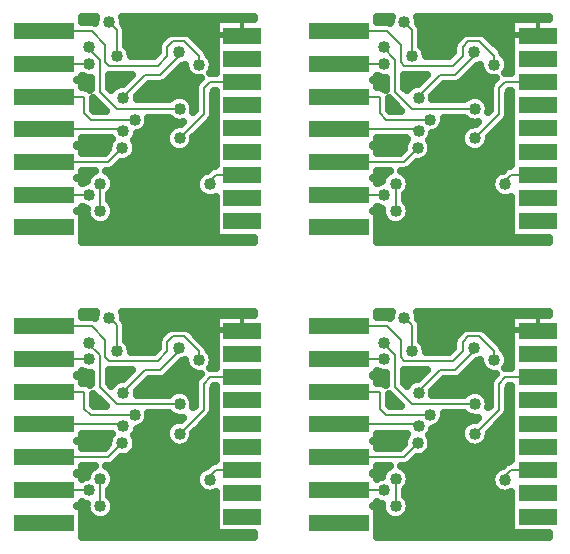
<source format=gbl>
%MOIN*%
%OFA0B0*%
%FSLAX26Y26*%
%IPPOS*%
%LPD*%
%ADD13C,0.008*%
%ADD14C,0.017*%
%ADD15C,0.025*%
%ADD16C,0.013000000000000001*%
%ADD17R,0.2X0.0545*%
%ADD23R,0.125X0.055000000000000007*%
%ADD25C,0.04*%
%ADD39C,0.008*%
%ADD40C,0.017*%
%ADD41C,0.025*%
%ADD42C,0.013000000000000001*%
%ADD43R,0.2X0.0545*%
%ADD49R,0.125X0.055000000000000007*%
%ADD51C,0.04*%
%ADD65C,0.008*%
%ADD66C,0.017*%
%ADD67C,0.025*%
%ADD68C,0.013000000000000001*%
%ADD69R,0.2X0.0545*%
%ADD75R,0.125X0.055000000000000007*%
%ADD77C,0.04*%
%ADD91C,0.008*%
%ADD92C,0.017*%
%ADD93C,0.025*%
%ADD94C,0.013000000000000001*%
%ADD95R,0.2X0.0545*%
%ADD101R,0.125X0.055000000000000007*%
%ADD103C,0.04*%
%LPD*%
G90*
G75*
G01*
X00634989Y00747489D02*
D13*
X00634989Y00734989D01*
X00572489Y00672489D01*
X00522489Y00672489D01*
X00446999Y00596999D01*
X00450857Y00596999D01*
X00428738Y00734988D02*
X00428738Y00822488D01*
X00403739Y00847488D01*
X00581566Y00238668D02*
D14*
X00501633Y00158735D01*
X00405341Y00158735D01*
X00847490Y00803738D02*
X00847490Y00809989D01*
X00584989Y00809989D01*
X00547489Y00772489D01*
X00450857Y00485542D02*
D13*
X00444965Y00491435D01*
X00185134Y00491435D01*
X00185134Y00709435D02*
X00336877Y00709435D01*
X00336877Y00709436D01*
X00336877Y00271983D02*
X00335425Y00273435D01*
X00185134Y00273435D01*
X00374349Y00309456D02*
X00374349Y00218990D01*
X00447489Y00428738D02*
X00401185Y00382435D01*
X00185134Y00382435D01*
X00488330Y00523015D02*
X00341868Y00523015D01*
X00320876Y00544007D01*
X00320876Y00600435D01*
X00185134Y00600435D01*
X00336877Y00763991D02*
X00330987Y00763991D01*
X00372488Y00722489D01*
X00372488Y00616239D01*
X00428721Y00560007D01*
X00638491Y00560007D01*
X00702826Y00706837D02*
X00702826Y00703738D01*
X00185134Y00818435D02*
X00345293Y00818435D01*
X00391239Y00772489D01*
X00391239Y00716238D01*
X00403739Y00703738D01*
X00566239Y00703738D01*
X00597489Y00734989D01*
X00597489Y00766239D01*
X00616239Y00784989D01*
X00653739Y00784989D01*
X00702826Y00735902D01*
X00702826Y00706837D01*
X00847490Y00184183D02*
X00834990Y00184183D01*
X00847490Y00261627D02*
X00834990Y00261627D01*
X00739495Y00307684D02*
X00739495Y00319072D01*
X00759495Y00339072D01*
X00847490Y00339072D01*
X00638491Y00461011D02*
X00718830Y00541349D01*
X00718830Y00627857D01*
X00739822Y00648849D01*
X00847490Y00648849D01*
X00847490Y00726294D02*
X00847490Y00726295D01*
X00834990Y00726295D01*
X00872490Y00422488D02*
X00853462Y00422488D01*
X00847490Y00416516D01*
X00809990Y00491239D02*
X00844768Y00491239D01*
X00847490Y00493961D01*
D25*
X00809990Y00491239D03*
X00872490Y00422488D03*
X00428738Y00734988D03*
X00403739Y00847488D03*
X00450857Y00596999D03*
X00634989Y00747489D03*
X00405341Y00158735D03*
X00581566Y00238668D03*
X00450857Y00485542D03*
X00336877Y00709436D03*
X00336877Y00271983D03*
X00374349Y00218990D03*
X00374349Y00309456D03*
X00447489Y00428738D03*
X00488330Y00523015D03*
X00638491Y00560007D03*
X00336877Y00763991D03*
X00702826Y00706837D03*
X00834990Y00184183D03*
X00834990Y00261627D03*
X00739495Y00307684D03*
X00638491Y00461011D03*
X00834990Y00726295D03*
X00547489Y00772489D03*
X00455207Y00841370D02*
D15*
X00755976Y00841370D01*
X00461738Y00816501D02*
X00755976Y00816501D01*
X00461738Y00791633D02*
X00577237Y00791633D01*
X00692723Y00791633D02*
X00755976Y00791633D01*
X00465183Y00766763D02*
X00564498Y00766763D01*
X00717592Y00766763D02*
X00755976Y00766763D01*
X00477240Y00741895D02*
X00558756Y00741895D01*
X00735857Y00741895D02*
X00755976Y00741895D01*
X00637785Y00692158D02*
X00656218Y00692158D01*
X00405471Y00667289D02*
X00471665Y00667289D01*
X00612918Y00667289D02*
X00675882Y00667289D01*
X00314146Y00642420D02*
X00339504Y00642420D01*
X00405471Y00642420D02*
X00438401Y00642420D01*
X00580084Y00642420D02*
X00689518Y00642420D01*
X00513196Y00617551D02*
X00685822Y00617551D01*
X00499666Y00592683D02*
X00602894Y00592683D01*
X00674064Y00592683D02*
X00685822Y00592683D01*
X00353870Y00567814D02*
X00375280Y00567814D01*
X00537059Y00518076D02*
X00615884Y00518076D01*
X00741204Y00518076D02*
X00755976Y00518076D01*
X00526509Y00493208D02*
X00602427Y00493208D01*
X00716336Y00493208D02*
X00755976Y00493208D01*
X00496545Y00468339D02*
X00590083Y00468339D01*
X00691468Y00468339D02*
X00755976Y00468339D01*
X00314146Y00443470D02*
X00400902Y00443470D01*
X00494105Y00443470D02*
X00592918Y00443470D01*
X00684040Y00443470D02*
X00755976Y00443470D01*
X00314146Y00418601D02*
X00391715Y00418601D01*
X00495361Y00418601D02*
X00616925Y00418601D01*
X00660070Y00418601D02*
X00755976Y00418601D01*
X00480613Y00393732D02*
X00755976Y00393732D01*
X00433246Y00368864D02*
X00750450Y00368864D01*
X00314146Y00343995D02*
X00340724Y00343995D01*
X00407983Y00343995D02*
X00707963Y00343995D01*
X00314146Y00319126D02*
X00326370Y00319126D01*
X00422337Y00319126D02*
X00691923Y00319126D01*
X00420794Y00294257D02*
X00692461Y00294257D01*
X00407337Y00269389D02*
X00710618Y00269389D01*
X00415698Y00244520D02*
X00755976Y00244520D01*
X00300008Y00219651D02*
X00325366Y00219651D01*
X00423342Y00219651D02*
X00755976Y00219651D01*
X00314146Y00194782D02*
X00332148Y00194782D01*
X00416559Y00194782D02*
X00755976Y00194782D01*
X00314146Y00169913D02*
X00755976Y00169913D01*
X00314146Y00145045D02*
X00755976Y00145045D01*
X00314146Y00120176D02*
X00882503Y00120176D01*
X00297515Y00218184D02*
X00311634Y00218184D01*
X00311634Y00116253D01*
X00885009Y00116239D01*
X00884990Y00130186D01*
X00758490Y00130180D01*
X00758490Y00265221D01*
X00750350Y00262469D01*
X00743143Y00261326D01*
X00735846Y00261326D01*
X00728640Y00262469D01*
X00721700Y00264723D01*
X00715199Y00268036D01*
X00709296Y00272325D01*
X00704136Y00277485D01*
X00699846Y00283388D01*
X00696535Y00289889D01*
X00694280Y00296829D01*
X00693138Y00304036D01*
X00693138Y00311332D01*
X00694280Y00318539D01*
X00696535Y00325479D01*
X00699846Y00331980D01*
X00704136Y00337883D01*
X00709296Y00343043D01*
X00715199Y00347332D01*
X00721700Y00350644D01*
X00728640Y00352899D01*
X00730920Y00353631D01*
X00739687Y00362265D01*
X00743559Y00365078D01*
X00747823Y00367251D01*
X00752375Y00368730D01*
X00757111Y00369479D01*
X00758490Y00371702D01*
X00758490Y00618353D01*
X00752431Y00618349D01*
X00749330Y00609484D01*
X00749236Y00538956D01*
X00748487Y00534229D01*
X00747008Y00529677D01*
X00744835Y00525413D01*
X00742022Y00521541D01*
X00688431Y00467816D01*
X00684853Y00464239D01*
X00684848Y00457362D01*
X00683706Y00450155D01*
X00681451Y00443216D01*
X00678139Y00436714D01*
X00673850Y00430811D01*
X00668690Y00425652D01*
X00662787Y00421362D01*
X00656285Y00418050D01*
X00649345Y00415795D01*
X00642139Y00414654D01*
X00634843Y00414654D01*
X00627636Y00415795D01*
X00620696Y00418050D01*
X00614195Y00421362D01*
X00608292Y00425652D01*
X00603132Y00430811D01*
X00598843Y00436714D01*
X00595531Y00443216D01*
X00593276Y00450155D01*
X00592134Y00457362D01*
X00592134Y00464659D01*
X00593276Y00471866D01*
X00595531Y00478805D01*
X00598843Y00485307D01*
X00603132Y00491210D01*
X00608292Y00496370D01*
X00614195Y00500658D01*
X00620696Y00503970D01*
X00627636Y00506225D01*
X00634843Y00507367D01*
X00641726Y00507383D01*
X00649073Y00514726D01*
X00642139Y00513650D01*
X00634843Y00513650D01*
X00627636Y00514792D01*
X00620696Y00517046D01*
X00614195Y00520359D01*
X00608292Y00524648D01*
X00603413Y00529504D01*
X00534391Y00529507D01*
X00534830Y00523015D01*
X00534257Y00515740D01*
X00532554Y00508645D01*
X00529761Y00501904D01*
X00525949Y00495683D01*
X00521209Y00490134D01*
X00515661Y00485394D01*
X00509440Y00481583D01*
X00502699Y00478790D01*
X00496625Y00477290D01*
X00495081Y00471173D01*
X00492289Y00464432D01*
X00488475Y00458210D01*
X00485877Y00454976D01*
X00488921Y00449850D01*
X00491713Y00443108D01*
X00493417Y00436013D01*
X00493990Y00428738D01*
X00493417Y00421465D01*
X00491713Y00414370D01*
X00488921Y00407628D01*
X00485109Y00401407D01*
X00480370Y00395858D01*
X00474822Y00391120D01*
X00468600Y00387307D01*
X00461859Y00384515D01*
X00454764Y00382811D01*
X00447489Y00382239D01*
X00444255Y00382365D01*
X00420993Y00359242D01*
X00417120Y00356429D01*
X00412857Y00354256D01*
X00408305Y00352776D01*
X00403577Y00352028D01*
X00393254Y00351934D01*
X00398645Y00349103D01*
X00404549Y00344814D01*
X00409708Y00339655D01*
X00413996Y00333752D01*
X00417310Y00327250D01*
X00419564Y00320311D01*
X00420706Y00313104D01*
X00420706Y00305807D01*
X00419564Y00298600D01*
X00417310Y00291661D01*
X00413996Y00285159D01*
X00409708Y00279256D01*
X00404852Y00274377D01*
X00404849Y00254085D01*
X00409708Y00249190D01*
X00413996Y00243287D01*
X00417310Y00236786D01*
X00419564Y00229846D01*
X00420706Y00222639D01*
X00420706Y00215343D01*
X00419564Y00208136D01*
X00417310Y00201196D01*
X00413996Y00194695D01*
X00409708Y00188792D01*
X00404549Y00183632D01*
X00398645Y00179343D01*
X00392144Y00176031D01*
X00385203Y00173776D01*
X00377998Y00172634D01*
X00370701Y00172634D01*
X00363494Y00173776D01*
X00356553Y00176031D01*
X00350053Y00179343D01*
X00344150Y00183632D01*
X00338990Y00188792D01*
X00334700Y00194695D01*
X00331389Y00201196D01*
X00329134Y00208136D01*
X00327993Y00215343D01*
X00327993Y00222639D01*
X00328420Y00226251D01*
X00322507Y00227759D01*
X00315766Y00230550D01*
X00311644Y00232961D01*
X00311634Y00219684D01*
X00297460Y00219684D01*
X00297515Y00327185D02*
X00311634Y00327185D01*
X00311634Y00311001D01*
X00315766Y00313415D01*
X00322507Y00316207D01*
X00328581Y00317707D01*
X00330125Y00323825D01*
X00332917Y00330566D01*
X00336729Y00336788D01*
X00341469Y00342336D01*
X00347017Y00347075D01*
X00353239Y00350887D01*
X00355253Y00351934D01*
X00311654Y00351934D01*
X00311634Y00328683D01*
X00297460Y00328683D01*
X00297490Y00327163D01*
X00297515Y00436184D02*
X00311634Y00436184D01*
X00311634Y00412967D01*
X00388561Y00412935D01*
X00401110Y00425493D01*
X00401133Y00432387D01*
X00402274Y00439593D01*
X00404529Y00446534D01*
X00407842Y00453035D01*
X00412470Y00459305D01*
X00408219Y00460935D01*
X00311655Y00460935D01*
X00311634Y00437684D01*
X00297460Y00437684D01*
X00297515Y00654184D02*
X00311634Y00654184D01*
X00311634Y00630966D01*
X00323270Y00630841D01*
X00327997Y00630091D01*
X00332549Y00628613D01*
X00336813Y00626440D01*
X00340692Y00623621D01*
X00341989Y00625425D01*
X00341989Y00663211D01*
X00336877Y00662936D01*
X00329603Y00663508D01*
X00322507Y00665212D01*
X00315766Y00668004D01*
X00311644Y00670414D01*
X00311634Y00655684D01*
X00297460Y00655684D01*
X00311634Y00866264D02*
X00311634Y00848967D01*
X00347686Y00848841D01*
X00352414Y00848092D01*
X00356973Y00846609D01*
X00357382Y00851137D01*
X00358523Y00858344D01*
X00360779Y00865283D01*
X00361214Y00866229D01*
X00311609Y00866239D01*
X00459242Y00770066D02*
X00464098Y00765188D01*
X00468386Y00759285D01*
X00471699Y00752783D01*
X00473954Y00745844D01*
X00475096Y00738637D01*
X00475209Y00734233D01*
X00553627Y00734238D01*
X00566976Y00747609D01*
X00567083Y00768632D01*
X00567832Y00773359D01*
X00569311Y00777911D01*
X00571483Y00782175D01*
X00574297Y00786047D01*
X00594672Y00806556D01*
X00598312Y00809664D01*
X00602392Y00812165D01*
X00606814Y00813996D01*
X00611468Y00815114D01*
X00616239Y00815489D01*
X00656132Y00815394D01*
X00660859Y00814646D01*
X00665411Y00813167D01*
X00669675Y00810995D01*
X00673547Y00808181D01*
X00724392Y00757469D01*
X00727501Y00753830D01*
X00730001Y00749749D01*
X00731833Y00745327D01*
X00733025Y00742196D01*
X00738184Y00737037D01*
X00742473Y00731134D01*
X00745786Y00724632D01*
X00748041Y00717693D01*
X00749182Y00710486D01*
X00749182Y00703189D01*
X00748041Y00695982D01*
X00745786Y00689043D01*
X00742473Y00682541D01*
X00740330Y00679359D01*
X00758517Y00679349D01*
X00758490Y00857739D01*
X00884996Y00857739D01*
X00884990Y00866242D01*
X00446318Y00866239D01*
X00448954Y00858344D01*
X00450096Y00851137D01*
X00450112Y00844253D01*
X00453414Y00840416D01*
X00455915Y00836335D01*
X00457746Y00831913D01*
X00458864Y00827260D01*
X00459239Y00822479D01*
X00459239Y00770062D01*
X00497214Y00593350D02*
X00496877Y00590504D01*
X00603370Y00590507D01*
X00608292Y00595366D01*
X00614195Y00599654D01*
X00620696Y00602967D01*
X00627636Y00605222D01*
X00634843Y00606363D01*
X00642139Y00606363D01*
X00649345Y00605222D01*
X00656285Y00602967D01*
X00662787Y00599654D01*
X00668690Y00595366D01*
X00673850Y00590206D01*
X00678139Y00584303D01*
X00681451Y00577801D01*
X00683706Y00570862D01*
X00684848Y00563655D01*
X00684848Y00556358D01*
X00683759Y00549417D01*
X00688328Y00568908D01*
X00688423Y00630250D01*
X00689172Y00634977D01*
X00690651Y00639529D01*
X00692823Y00643793D01*
X00695637Y00647665D01*
X00708503Y00660665D01*
X00702826Y00660336D01*
X00695551Y00660910D01*
X00688456Y00662613D01*
X00681715Y00665406D01*
X00675494Y00669218D01*
X00669945Y00673957D01*
X00665206Y00679505D01*
X00661393Y00685727D01*
X00658601Y00692468D01*
X00656898Y00699563D01*
X00656351Y00706196D01*
X00649358Y00703265D01*
X00645298Y00702165D01*
X00592297Y00649297D01*
X00588425Y00646483D01*
X00584161Y00644311D01*
X00579609Y00642832D01*
X00574882Y00642083D01*
X00535134Y00641989D01*
X00496886Y00603752D01*
X00497357Y00596999D01*
X00497214Y00593350D01*
X00410979Y00620884D02*
X00415498Y00627198D01*
X00420658Y00632358D01*
X00426561Y00636647D01*
X00433062Y00639959D01*
X00440001Y00642214D01*
X00447209Y00643355D01*
X00450358Y00643479D01*
X00480113Y00673247D01*
X00403730Y00673238D01*
X00402988Y00667371D01*
X00402988Y00628867D01*
X00410980Y00620881D01*
X00354536Y00553515D02*
X00392071Y00553515D01*
X00351372Y00594222D01*
X00351376Y00556620D01*
X00688328Y00554016D02*
X00688328Y00568908D01*
X00847490Y00857703D02*
D16*
X00847490Y00803738D01*
X00758526Y00803738D02*
X00847490Y00803738D01*
D17*
X00185134Y00164435D03*
X00185134Y00273435D03*
X00185134Y00382435D03*
X00185134Y00491435D03*
X00185134Y00600435D03*
X00185134Y00709435D03*
X00185134Y00818435D03*
D23*
X00847490Y00803738D03*
X00847490Y00726294D03*
X00847490Y00648849D03*
X00847490Y00571406D03*
X00847490Y00493961D03*
X00847490Y00416516D03*
X00847490Y00339072D03*
X00847490Y00261627D03*
X00847490Y00184183D03*
G90*
G75*
G01*
X00634989Y01731741D02*
D39*
X00634989Y01719241D01*
X00572489Y01656741D01*
X00522489Y01656741D01*
X00446999Y01581251D01*
X00450857Y01581251D01*
X00428738Y01719239D02*
X00428738Y01806740D01*
X00403739Y01831740D01*
X00581566Y01222920D02*
D40*
X00501633Y01142987D01*
X00405341Y01142987D01*
X00847490Y01787991D02*
X00847490Y01794241D01*
X00584989Y01794241D01*
X00547489Y01756741D01*
X00450857Y01469794D02*
D39*
X00444965Y01475687D01*
X00185134Y01475687D01*
X00185134Y01693687D02*
X00336877Y01693687D01*
X00336877Y01693688D01*
X00336877Y01256235D02*
X00335425Y01257687D01*
X00185134Y01257687D01*
X00374349Y01293708D02*
X00374349Y01203243D01*
X00447489Y01412991D02*
X00401185Y01366687D01*
X00185134Y01366687D01*
X00488330Y01507267D02*
X00341868Y01507267D01*
X00320876Y01528259D01*
X00320876Y01584687D01*
X00185134Y01584687D01*
X00336877Y01748243D02*
X00330987Y01748243D01*
X00372488Y01706741D01*
X00372488Y01600491D01*
X00428721Y01544259D01*
X00638491Y01544259D01*
X00702826Y01691089D02*
X00702826Y01687991D01*
X00185134Y01802687D02*
X00345293Y01802687D01*
X00391239Y01756741D01*
X00391239Y01700491D01*
X00403739Y01687991D01*
X00566239Y01687991D01*
X00597489Y01719241D01*
X00597489Y01750491D01*
X00616239Y01769241D01*
X00653739Y01769241D01*
X00702826Y01720154D01*
X00702826Y01691089D01*
X00847490Y01168435D02*
X00834990Y01168435D01*
X00847490Y01245879D02*
X00834990Y01245879D01*
X00739495Y01291936D02*
X00739495Y01303324D01*
X00759495Y01323324D01*
X00847490Y01323324D01*
X00638491Y01445261D02*
X00718830Y01525601D01*
X00718830Y01612109D01*
X00739822Y01633101D01*
X00847490Y01633101D01*
X00847490Y01710546D02*
X00847490Y01710546D01*
X00834990Y01710546D01*
X00872490Y01406739D02*
X00853462Y01406739D01*
X00847490Y01400768D01*
X00809990Y01475491D02*
X00844768Y01475491D01*
X00847490Y01478213D01*
D51*
X00809990Y01475491D03*
X00872490Y01406739D03*
X00428738Y01719239D03*
X00403739Y01831740D03*
X00450857Y01581251D03*
X00634989Y01731741D03*
X00405341Y01142987D03*
X00581566Y01222920D03*
X00450857Y01469794D03*
X00336877Y01693688D03*
X00336877Y01256235D03*
X00374349Y01203243D03*
X00374349Y01293708D03*
X00447489Y01412991D03*
X00488330Y01507267D03*
X00638491Y01544259D03*
X00336877Y01748243D03*
X00702826Y01691089D03*
X00834990Y01168435D03*
X00834990Y01245879D03*
X00739495Y01291936D03*
X00638491Y01445261D03*
X00834990Y01710546D03*
X00547489Y01756741D03*
X00455207Y01825622D02*
D41*
X00755976Y01825622D01*
X00461738Y01800753D02*
X00755976Y01800753D01*
X00461738Y01775885D02*
X00577237Y01775885D01*
X00692723Y01775885D02*
X00755976Y01775885D01*
X00465183Y01751016D02*
X00564498Y01751016D01*
X00717592Y01751016D02*
X00755976Y01751016D01*
X00477240Y01726147D02*
X00558756Y01726147D01*
X00735857Y01726147D02*
X00755976Y01726147D01*
X00637785Y01676410D02*
X00656218Y01676410D01*
X00405471Y01651541D02*
X00471665Y01651541D01*
X00612918Y01651541D02*
X00675882Y01651541D01*
X00314146Y01626672D02*
X00339504Y01626672D01*
X00405471Y01626672D02*
X00438401Y01626672D01*
X00580084Y01626672D02*
X00689518Y01626672D01*
X00513196Y01601803D02*
X00685822Y01601803D01*
X00499666Y01576935D02*
X00602894Y01576935D01*
X00674064Y01576935D02*
X00685822Y01576935D01*
X00353870Y01552066D02*
X00375280Y01552066D01*
X00537059Y01502328D02*
X00615884Y01502328D01*
X00741204Y01502328D02*
X00755976Y01502328D01*
X00526509Y01477460D02*
X00602427Y01477460D01*
X00716336Y01477460D02*
X00755976Y01477460D01*
X00496545Y01452591D02*
X00590083Y01452591D01*
X00691468Y01452591D02*
X00755976Y01452591D01*
X00314146Y01427722D02*
X00400902Y01427722D01*
X00494105Y01427722D02*
X00592918Y01427722D01*
X00684040Y01427722D02*
X00755976Y01427722D01*
X00314146Y01402853D02*
X00391715Y01402853D01*
X00495361Y01402853D02*
X00616925Y01402853D01*
X00660070Y01402853D02*
X00755976Y01402853D01*
X00480613Y01377984D02*
X00755976Y01377984D01*
X00433246Y01353116D02*
X00750450Y01353116D01*
X00314146Y01328247D02*
X00340724Y01328247D01*
X00407983Y01328247D02*
X00707963Y01328247D01*
X00314146Y01303378D02*
X00326370Y01303378D01*
X00422337Y01303378D02*
X00691923Y01303378D01*
X00420794Y01278509D02*
X00692461Y01278509D01*
X00407337Y01253641D02*
X00710618Y01253641D01*
X00415698Y01228772D02*
X00755976Y01228772D01*
X00300008Y01203903D02*
X00325366Y01203903D01*
X00423342Y01203903D02*
X00755976Y01203903D01*
X00314146Y01179034D02*
X00332148Y01179034D01*
X00416559Y01179034D02*
X00755976Y01179034D01*
X00314146Y01154166D02*
X00755976Y01154166D01*
X00314146Y01129297D02*
X00755976Y01129297D01*
X00314146Y01104428D02*
X00882503Y01104428D01*
X00297515Y01202437D02*
X00311634Y01202437D01*
X00311634Y01100505D01*
X00885009Y01100491D01*
X00884990Y01114438D01*
X00758490Y01114434D01*
X00758490Y01249473D01*
X00750350Y01246721D01*
X00743143Y01245579D01*
X00735846Y01245579D01*
X00728640Y01246721D01*
X00721700Y01248975D01*
X00715199Y01252288D01*
X00709296Y01256577D01*
X00704136Y01261737D01*
X00699846Y01267640D01*
X00696535Y01274141D01*
X00694280Y01281081D01*
X00693138Y01288288D01*
X00693138Y01295583D01*
X00694280Y01302791D01*
X00696535Y01309731D01*
X00699846Y01316232D01*
X00704136Y01322135D01*
X00709296Y01327295D01*
X00715199Y01331584D01*
X00721700Y01334896D01*
X00728640Y01337150D01*
X00730920Y01337883D01*
X00739687Y01346517D01*
X00743559Y01349330D01*
X00747823Y01351503D01*
X00752375Y01352981D01*
X00757111Y01353731D01*
X00758490Y01355954D01*
X00758490Y01602605D01*
X00752431Y01602600D01*
X00749330Y01593736D01*
X00749236Y01523208D01*
X00748487Y01518481D01*
X00747008Y01513928D01*
X00744835Y01509664D01*
X00742022Y01505793D01*
X00688431Y01452069D01*
X00684853Y01448491D01*
X00684848Y01441614D01*
X00683706Y01434407D01*
X00681451Y01427468D01*
X00678139Y01420966D01*
X00673850Y01415061D01*
X00668690Y01409904D01*
X00662787Y01405615D01*
X00656285Y01402302D01*
X00649345Y01400047D01*
X00642139Y01398906D01*
X00634843Y01398906D01*
X00627636Y01400047D01*
X00620696Y01402302D01*
X00614195Y01405615D01*
X00608292Y01409904D01*
X00603132Y01415061D01*
X00598843Y01420966D01*
X00595531Y01427468D01*
X00593276Y01434407D01*
X00592134Y01441614D01*
X00592134Y01448911D01*
X00593276Y01456118D01*
X00595531Y01463057D01*
X00598843Y01469558D01*
X00603132Y01475462D01*
X00608292Y01480621D01*
X00614195Y01484910D01*
X00620696Y01488223D01*
X00627636Y01490478D01*
X00634843Y01491619D01*
X00641726Y01491636D01*
X00649073Y01498978D01*
X00642139Y01497902D01*
X00634843Y01497902D01*
X00627636Y01499044D01*
X00620696Y01501298D01*
X00614195Y01504611D01*
X00608292Y01508900D01*
X00603413Y01513756D01*
X00534391Y01513759D01*
X00534830Y01507267D01*
X00534257Y01499992D01*
X00532554Y01492897D01*
X00529761Y01486156D01*
X00525949Y01479935D01*
X00521209Y01474386D01*
X00515661Y01469647D01*
X00509440Y01465835D01*
X00502699Y01463042D01*
X00496625Y01461542D01*
X00495081Y01455425D01*
X00492289Y01448684D01*
X00488475Y01442462D01*
X00485877Y01439228D01*
X00488921Y01434102D01*
X00491713Y01427360D01*
X00493417Y01420265D01*
X00493990Y01412991D01*
X00493417Y01405717D01*
X00491713Y01398622D01*
X00488921Y01391880D01*
X00485109Y01385659D01*
X00480370Y01380111D01*
X00474822Y01375372D01*
X00468600Y01371559D01*
X00461859Y01368767D01*
X00454764Y01367063D01*
X00447489Y01366489D01*
X00444255Y01366618D01*
X00420993Y01343494D01*
X00417120Y01340681D01*
X00412857Y01338507D01*
X00408305Y01337029D01*
X00403577Y01336280D01*
X00393254Y01336185D01*
X00398645Y01333354D01*
X00404549Y01329066D01*
X00409708Y01323907D01*
X00413996Y01318004D01*
X00417310Y01311502D01*
X00419564Y01304563D01*
X00420706Y01297356D01*
X00420706Y01290059D01*
X00419564Y01282852D01*
X00417310Y01275913D01*
X00413996Y01269411D01*
X00409708Y01263508D01*
X00404852Y01258629D01*
X00404849Y01238338D01*
X00409708Y01233442D01*
X00413996Y01227539D01*
X00417310Y01221038D01*
X00419564Y01214098D01*
X00420706Y01206891D01*
X00420706Y01199595D01*
X00419564Y01192388D01*
X00417310Y01185448D01*
X00413996Y01178947D01*
X00409708Y01173044D01*
X00404549Y01167884D01*
X00398645Y01163595D01*
X00392144Y01160283D01*
X00385203Y01158028D01*
X00377998Y01156886D01*
X00370701Y01156886D01*
X00363494Y01158028D01*
X00356553Y01160283D01*
X00350053Y01163595D01*
X00344150Y01167884D01*
X00338990Y01173044D01*
X00334700Y01178947D01*
X00331389Y01185448D01*
X00329134Y01192388D01*
X00327993Y01199595D01*
X00327993Y01206891D01*
X00328420Y01210503D01*
X00322507Y01212011D01*
X00315766Y01214803D01*
X00311644Y01217213D01*
X00311634Y01203937D01*
X00297460Y01203937D01*
X00297515Y01311437D02*
X00311634Y01311437D01*
X00311634Y01295253D01*
X00315766Y01297667D01*
X00322507Y01300459D01*
X00328581Y01301959D01*
X00330125Y01308077D01*
X00332917Y01314817D01*
X00336729Y01321040D01*
X00341469Y01326588D01*
X00347017Y01331327D01*
X00353239Y01335138D01*
X00355253Y01336185D01*
X00311654Y01336185D01*
X00311634Y01312936D01*
X00297460Y01312936D01*
X00297490Y01311414D01*
X00297515Y01420436D02*
X00311634Y01420436D01*
X00311634Y01397219D01*
X00388561Y01397187D01*
X00401110Y01409745D01*
X00401133Y01416639D01*
X00402274Y01423845D01*
X00404529Y01430786D01*
X00407842Y01437287D01*
X00412470Y01443557D01*
X00408219Y01445185D01*
X00311655Y01445185D01*
X00311634Y01421936D01*
X00297460Y01421936D01*
X00297515Y01638435D02*
X00311634Y01638435D01*
X00311634Y01615219D01*
X00323270Y01615093D01*
X00327997Y01614344D01*
X00332549Y01612864D01*
X00336813Y01610692D01*
X00340692Y01607873D01*
X00341989Y01609677D01*
X00341989Y01647463D01*
X00336877Y01647188D01*
X00329603Y01647760D01*
X00322507Y01649464D01*
X00315766Y01652256D01*
X00311644Y01654665D01*
X00311634Y01639936D01*
X00297460Y01639936D01*
X00311634Y01850516D02*
X00311634Y01833219D01*
X00347686Y01833093D01*
X00352414Y01832344D01*
X00356973Y01830861D01*
X00357382Y01835389D01*
X00358523Y01842596D01*
X00360779Y01849535D01*
X00361214Y01850481D01*
X00311609Y01850491D01*
X00459242Y01754318D02*
X00464098Y01749440D01*
X00468386Y01743537D01*
X00471699Y01737035D01*
X00473954Y01730096D01*
X00475096Y01722889D01*
X00475209Y01718485D01*
X00553627Y01718491D01*
X00566976Y01731861D01*
X00567083Y01752884D01*
X00567832Y01757611D01*
X00569311Y01762163D01*
X00571483Y01766427D01*
X00574297Y01770298D01*
X00594672Y01790806D01*
X00598312Y01793916D01*
X00602392Y01796417D01*
X00606814Y01798248D01*
X00611468Y01799366D01*
X00616239Y01799741D01*
X00656132Y01799647D01*
X00660859Y01798898D01*
X00665411Y01797419D01*
X00669675Y01795247D01*
X00673547Y01792433D01*
X00724392Y01741721D01*
X00727501Y01738080D01*
X00730001Y01734001D01*
X00731833Y01729579D01*
X00733025Y01726448D01*
X00738184Y01721289D01*
X00742473Y01715386D01*
X00745786Y01708884D01*
X00748041Y01701945D01*
X00749182Y01694738D01*
X00749182Y01687441D01*
X00748041Y01680234D01*
X00745786Y01673295D01*
X00742473Y01666793D01*
X00740330Y01663612D01*
X00758517Y01663601D01*
X00758490Y01841990D01*
X00884996Y01841990D01*
X00884990Y01850494D01*
X00446318Y01850491D01*
X00448954Y01842596D01*
X00450096Y01835389D01*
X00450112Y01828505D01*
X00453414Y01824668D01*
X00455915Y01820587D01*
X00457746Y01816165D01*
X00458864Y01811512D01*
X00459239Y01806731D01*
X00459239Y01754314D01*
X00497214Y01577601D02*
X00496877Y01574756D01*
X00603370Y01574759D01*
X00608292Y01579618D01*
X00614195Y01583906D01*
X00620696Y01587217D01*
X00627636Y01589474D01*
X00634843Y01590614D01*
X00642139Y01590614D01*
X00649345Y01589474D01*
X00656285Y01587217D01*
X00662787Y01583906D01*
X00668690Y01579618D01*
X00673850Y01574458D01*
X00678139Y01568555D01*
X00681451Y01562053D01*
X00683706Y01555114D01*
X00684848Y01547907D01*
X00684848Y01540610D01*
X00683759Y01533669D01*
X00688328Y01553159D01*
X00688423Y01614502D01*
X00689172Y01619229D01*
X00690651Y01623781D01*
X00692823Y01628045D01*
X00695637Y01631917D01*
X00708503Y01644917D01*
X00702826Y01644589D01*
X00695551Y01645162D01*
X00688456Y01646865D01*
X00681715Y01649658D01*
X00675494Y01653470D01*
X00669945Y01658209D01*
X00665206Y01663757D01*
X00661393Y01669978D01*
X00658601Y01676720D01*
X00656898Y01683815D01*
X00656351Y01690448D01*
X00649358Y01687517D01*
X00645298Y01686417D01*
X00592297Y01633549D01*
X00588425Y01630735D01*
X00584161Y01628563D01*
X00579609Y01627084D01*
X00574882Y01626335D01*
X00535134Y01626241D01*
X00496886Y01588002D01*
X00497357Y01581251D01*
X00497214Y01577601D01*
X00410979Y01605136D02*
X00415498Y01611450D01*
X00420658Y01616610D01*
X00426561Y01620899D01*
X00433062Y01624211D01*
X00440001Y01626466D01*
X00447209Y01627606D01*
X00450358Y01627731D01*
X00480113Y01657499D01*
X00403730Y01657491D01*
X00402988Y01651623D01*
X00402988Y01613119D01*
X00410980Y01605133D01*
X00354536Y01537767D02*
X00392071Y01537767D01*
X00351372Y01578474D01*
X00351376Y01540872D01*
X00688328Y01538268D02*
X00688328Y01553159D01*
X00847490Y01841955D02*
D42*
X00847490Y01787991D01*
X00758526Y01787991D02*
X00847490Y01787991D01*
D43*
X00185134Y01148687D03*
X00185134Y01257687D03*
X00185134Y01366687D03*
X00185134Y01475687D03*
X00185134Y01584687D03*
X00185134Y01693687D03*
X00185134Y01802687D03*
D49*
X00847490Y01787991D03*
X00847490Y01710546D03*
X00847490Y01633101D03*
X00847490Y01555658D03*
X00847490Y01478213D03*
X00847490Y01400768D03*
X00847490Y01323324D03*
X00847490Y01245879D03*
X00847490Y01168435D03*
G04 next file*
%LPD*%
G90*
G75*
G01*
X01619241Y01731741D02*
D65*
X01619241Y01719241D01*
X01556741Y01656741D01*
X01506741Y01656741D01*
X01431250Y01581251D01*
X01435108Y01581251D01*
X01412991Y01719239D02*
X01412991Y01806740D01*
X01387991Y01831740D01*
X01565818Y01222920D02*
D66*
X01485885Y01142987D01*
X01389593Y01142987D01*
X01831742Y01787991D02*
X01831742Y01794241D01*
X01569241Y01794241D01*
X01531741Y01756741D01*
X01435108Y01469794D02*
D65*
X01429217Y01475687D01*
X01169386Y01475687D01*
X01169386Y01693687D02*
X01321129Y01693687D01*
X01321129Y01693688D01*
X01321129Y01256235D02*
X01319677Y01257687D01*
X01169386Y01257687D01*
X01358601Y01293708D02*
X01358601Y01203243D01*
X01431742Y01412991D02*
X01385437Y01366687D01*
X01169386Y01366687D01*
X01472582Y01507267D02*
X01326121Y01507267D01*
X01305129Y01528259D01*
X01305129Y01584687D01*
X01169386Y01584687D01*
X01321129Y01748243D02*
X01315239Y01748243D01*
X01356741Y01706741D01*
X01356741Y01600491D01*
X01412973Y01544259D01*
X01622742Y01544259D01*
X01687078Y01691089D02*
X01687078Y01687991D01*
X01169386Y01802687D02*
X01329545Y01802687D01*
X01375491Y01756741D01*
X01375491Y01700491D01*
X01387991Y01687991D01*
X01550491Y01687991D01*
X01581741Y01719241D01*
X01581741Y01750491D01*
X01600491Y01769241D01*
X01637991Y01769241D01*
X01687078Y01720154D01*
X01687078Y01691089D01*
X01831742Y01168435D02*
X01819242Y01168435D01*
X01831742Y01245879D02*
X01819242Y01245879D01*
X01723747Y01291936D02*
X01723747Y01303324D01*
X01743747Y01323324D01*
X01831742Y01323324D01*
X01622742Y01445261D02*
X01703082Y01525601D01*
X01703082Y01612109D01*
X01724074Y01633101D01*
X01831742Y01633101D01*
X01831742Y01710546D02*
X01831742Y01710546D01*
X01819242Y01710546D01*
X01856742Y01406739D02*
X01837714Y01406739D01*
X01831742Y01400768D01*
X01794242Y01475491D02*
X01829020Y01475491D01*
X01831742Y01478213D01*
D77*
X01794242Y01475491D03*
X01856742Y01406739D03*
X01412991Y01719239D03*
X01387991Y01831740D03*
X01435108Y01581251D03*
X01619241Y01731741D03*
X01389593Y01142987D03*
X01565818Y01222920D03*
X01435108Y01469794D03*
X01321129Y01693688D03*
X01321129Y01256235D03*
X01358601Y01203243D03*
X01358601Y01293708D03*
X01431742Y01412991D03*
X01472582Y01507267D03*
X01622742Y01544259D03*
X01321129Y01748243D03*
X01687078Y01691089D03*
X01819242Y01168435D03*
X01819242Y01245879D03*
X01723747Y01291936D03*
X01622742Y01445261D03*
X01819242Y01710546D03*
X01531741Y01756741D03*
X01439459Y01825622D02*
D67*
X01740228Y01825622D01*
X01445990Y01800753D02*
X01740228Y01800753D01*
X01445990Y01775885D02*
X01561489Y01775885D01*
X01676976Y01775885D02*
X01740228Y01775885D01*
X01449435Y01751016D02*
X01548750Y01751016D01*
X01701844Y01751016D02*
X01740228Y01751016D01*
X01461492Y01726147D02*
X01543008Y01726147D01*
X01720109Y01726147D02*
X01740228Y01726147D01*
X01622037Y01676410D02*
X01640470Y01676410D01*
X01389723Y01651541D02*
X01455917Y01651541D01*
X01597170Y01651541D02*
X01660134Y01651541D01*
X01298398Y01626672D02*
X01323756Y01626672D01*
X01389723Y01626672D02*
X01422653Y01626672D01*
X01564336Y01626672D02*
X01673770Y01626672D01*
X01497448Y01601803D02*
X01670074Y01601803D01*
X01483919Y01576935D02*
X01587146Y01576935D01*
X01658316Y01576935D02*
X01670074Y01576935D01*
X01338121Y01552066D02*
X01359533Y01552066D01*
X01521311Y01502328D02*
X01600136Y01502328D01*
X01725456Y01502328D02*
X01740228Y01502328D01*
X01510761Y01477460D02*
X01586679Y01477460D01*
X01700588Y01477460D02*
X01740228Y01477460D01*
X01480797Y01452591D02*
X01574335Y01452591D01*
X01675720Y01452591D02*
X01740228Y01452591D01*
X01298398Y01427722D02*
X01385154Y01427722D01*
X01478357Y01427722D02*
X01577170Y01427722D01*
X01668292Y01427722D02*
X01740228Y01427722D01*
X01298398Y01402853D02*
X01375967Y01402853D01*
X01479613Y01402853D02*
X01601177Y01402853D01*
X01644322Y01402853D02*
X01740228Y01402853D01*
X01464865Y01377984D02*
X01740228Y01377984D01*
X01417498Y01353116D02*
X01734702Y01353116D01*
X01298398Y01328247D02*
X01324976Y01328247D01*
X01392235Y01328247D02*
X01692215Y01328247D01*
X01298398Y01303378D02*
X01310622Y01303378D01*
X01406588Y01303378D02*
X01676175Y01303378D01*
X01405045Y01278509D02*
X01676713Y01278509D01*
X01391589Y01253641D02*
X01694870Y01253641D01*
X01399950Y01228772D02*
X01740228Y01228772D01*
X01284259Y01203903D02*
X01309618Y01203903D01*
X01407594Y01203903D02*
X01740228Y01203903D01*
X01298398Y01179034D02*
X01316400Y01179034D01*
X01400811Y01179034D02*
X01740228Y01179034D01*
X01298398Y01154166D02*
X01740228Y01154166D01*
X01298398Y01129297D02*
X01740228Y01129297D01*
X01298398Y01104428D02*
X01866755Y01104428D01*
X01281767Y01202437D02*
X01295886Y01202437D01*
X01295886Y01100505D01*
X01869261Y01100491D01*
X01869241Y01114438D01*
X01742742Y01114434D01*
X01742742Y01249473D01*
X01734602Y01246721D01*
X01727395Y01245579D01*
X01720099Y01245579D01*
X01712892Y01246721D01*
X01705952Y01248975D01*
X01699451Y01252288D01*
X01693548Y01256577D01*
X01688388Y01261737D01*
X01684099Y01267640D01*
X01680787Y01274141D01*
X01678532Y01281081D01*
X01677390Y01288288D01*
X01677390Y01295583D01*
X01678532Y01302791D01*
X01680787Y01309731D01*
X01684099Y01316232D01*
X01688388Y01322135D01*
X01693548Y01327295D01*
X01699451Y01331584D01*
X01705952Y01334896D01*
X01712892Y01337150D01*
X01715172Y01337883D01*
X01723939Y01346517D01*
X01727811Y01349330D01*
X01732075Y01351503D01*
X01736627Y01352981D01*
X01741363Y01353731D01*
X01742742Y01355954D01*
X01742742Y01602605D01*
X01736684Y01602600D01*
X01733582Y01593736D01*
X01733488Y01523208D01*
X01732739Y01518481D01*
X01731260Y01513928D01*
X01729087Y01509664D01*
X01726274Y01505793D01*
X01672683Y01452069D01*
X01669105Y01448491D01*
X01669100Y01441614D01*
X01667958Y01434407D01*
X01665703Y01427468D01*
X01662391Y01420966D01*
X01658102Y01415061D01*
X01652942Y01409904D01*
X01647039Y01405615D01*
X01640538Y01402302D01*
X01633598Y01400047D01*
X01626391Y01398906D01*
X01619095Y01398906D01*
X01611888Y01400047D01*
X01604948Y01402302D01*
X01598446Y01405615D01*
X01592544Y01409904D01*
X01587383Y01415061D01*
X01583095Y01420966D01*
X01579783Y01427468D01*
X01577528Y01434407D01*
X01576386Y01441614D01*
X01576386Y01448911D01*
X01577528Y01456118D01*
X01579783Y01463057D01*
X01583095Y01469558D01*
X01587383Y01475462D01*
X01592544Y01480621D01*
X01598446Y01484910D01*
X01604948Y01488223D01*
X01611888Y01490478D01*
X01619095Y01491619D01*
X01625978Y01491636D01*
X01633324Y01498978D01*
X01626391Y01497902D01*
X01619095Y01497902D01*
X01611888Y01499044D01*
X01604948Y01501298D01*
X01598446Y01504611D01*
X01592544Y01508900D01*
X01587665Y01513756D01*
X01518643Y01513759D01*
X01519081Y01507267D01*
X01518509Y01499992D01*
X01516806Y01492897D01*
X01514013Y01486156D01*
X01510201Y01479935D01*
X01505462Y01474386D01*
X01499914Y01469647D01*
X01493692Y01465835D01*
X01486951Y01463042D01*
X01480876Y01461542D01*
X01479333Y01455425D01*
X01476541Y01448684D01*
X01472727Y01442462D01*
X01470129Y01439228D01*
X01473173Y01434102D01*
X01475965Y01427360D01*
X01477669Y01420265D01*
X01478242Y01412991D01*
X01477669Y01405717D01*
X01475965Y01398622D01*
X01473173Y01391880D01*
X01469361Y01385659D01*
X01464622Y01380111D01*
X01459074Y01375372D01*
X01452852Y01371559D01*
X01446111Y01368767D01*
X01439016Y01367063D01*
X01431742Y01366489D01*
X01428507Y01366618D01*
X01405245Y01343494D01*
X01401373Y01340681D01*
X01397109Y01338507D01*
X01392556Y01337029D01*
X01387830Y01336280D01*
X01377507Y01336185D01*
X01382897Y01333354D01*
X01388801Y01329066D01*
X01393960Y01323907D01*
X01398249Y01318004D01*
X01401562Y01311502D01*
X01403816Y01304563D01*
X01404958Y01297356D01*
X01404958Y01290059D01*
X01403816Y01282852D01*
X01401562Y01275913D01*
X01398249Y01269411D01*
X01393960Y01263508D01*
X01389104Y01258629D01*
X01389101Y01238338D01*
X01393960Y01233442D01*
X01398249Y01227539D01*
X01401562Y01221038D01*
X01403816Y01214098D01*
X01404958Y01206891D01*
X01404958Y01199595D01*
X01403816Y01192388D01*
X01401562Y01185448D01*
X01398249Y01178947D01*
X01393960Y01173044D01*
X01388801Y01167884D01*
X01382897Y01163595D01*
X01376396Y01160283D01*
X01369456Y01158028D01*
X01362250Y01156886D01*
X01354953Y01156886D01*
X01347746Y01158028D01*
X01340806Y01160283D01*
X01334305Y01163595D01*
X01328401Y01167884D01*
X01323242Y01173044D01*
X01318953Y01178947D01*
X01315641Y01185448D01*
X01313386Y01192388D01*
X01312245Y01199595D01*
X01312245Y01206891D01*
X01312672Y01210503D01*
X01306760Y01212011D01*
X01300018Y01214803D01*
X01295896Y01217213D01*
X01295886Y01203937D01*
X01281712Y01203937D01*
X01281767Y01311437D02*
X01295886Y01311437D01*
X01295886Y01295253D01*
X01300018Y01297667D01*
X01306760Y01300459D01*
X01312833Y01301959D01*
X01314377Y01308077D01*
X01317169Y01314817D01*
X01320982Y01321040D01*
X01325721Y01326588D01*
X01331269Y01331327D01*
X01337491Y01335138D01*
X01339505Y01336185D01*
X01295906Y01336185D01*
X01295886Y01312936D01*
X01281712Y01312936D01*
X01281742Y01311414D01*
X01281767Y01420436D02*
X01295886Y01420436D01*
X01295886Y01397219D01*
X01372813Y01397187D01*
X01385362Y01409745D01*
X01385385Y01416639D01*
X01386526Y01423845D01*
X01388781Y01430786D01*
X01392094Y01437287D01*
X01396722Y01443557D01*
X01392471Y01445185D01*
X01295907Y01445185D01*
X01295886Y01421936D01*
X01281712Y01421936D01*
X01281767Y01638435D02*
X01295886Y01638435D01*
X01295886Y01615219D01*
X01307522Y01615093D01*
X01312249Y01614344D01*
X01316801Y01612864D01*
X01321065Y01610692D01*
X01324944Y01607873D01*
X01326241Y01609677D01*
X01326241Y01647463D01*
X01321129Y01647188D01*
X01313855Y01647760D01*
X01306760Y01649464D01*
X01300018Y01652256D01*
X01295896Y01654665D01*
X01295886Y01639936D01*
X01281712Y01639936D01*
X01295886Y01850516D02*
X01295886Y01833219D01*
X01331938Y01833093D01*
X01336666Y01832344D01*
X01341226Y01830861D01*
X01341634Y01835389D01*
X01342776Y01842596D01*
X01345030Y01849535D01*
X01345466Y01850481D01*
X01295859Y01850491D01*
X01443494Y01754318D02*
X01448350Y01749440D01*
X01452639Y01743537D01*
X01455951Y01737035D01*
X01458206Y01730096D01*
X01459348Y01722889D01*
X01459460Y01718485D01*
X01537879Y01718491D01*
X01551228Y01731861D01*
X01551335Y01752884D01*
X01552084Y01757611D01*
X01553563Y01762163D01*
X01555735Y01766427D01*
X01558549Y01770298D01*
X01578924Y01790806D01*
X01582564Y01793916D01*
X01586644Y01796417D01*
X01591066Y01798248D01*
X01595720Y01799366D01*
X01600491Y01799741D01*
X01640384Y01799647D01*
X01645110Y01798898D01*
X01649663Y01797419D01*
X01653927Y01795247D01*
X01657799Y01792433D01*
X01708644Y01741721D01*
X01711753Y01738080D01*
X01714252Y01734001D01*
X01716084Y01729579D01*
X01717277Y01726448D01*
X01722436Y01721289D01*
X01726725Y01715386D01*
X01730038Y01708884D01*
X01732293Y01701945D01*
X01733434Y01694738D01*
X01733434Y01687441D01*
X01732293Y01680234D01*
X01730038Y01673295D01*
X01726725Y01666793D01*
X01724582Y01663612D01*
X01742769Y01663601D01*
X01742742Y01841990D01*
X01869248Y01841990D01*
X01869241Y01850494D01*
X01430568Y01850491D01*
X01433206Y01842596D01*
X01434348Y01835389D01*
X01434364Y01828505D01*
X01437666Y01824668D01*
X01440167Y01820587D01*
X01441997Y01816165D01*
X01443116Y01811512D01*
X01443491Y01806731D01*
X01443491Y01754314D01*
X01481466Y01577601D02*
X01481129Y01574756D01*
X01587622Y01574759D01*
X01592544Y01579618D01*
X01598446Y01583906D01*
X01604948Y01587217D01*
X01611888Y01589474D01*
X01619095Y01590614D01*
X01626391Y01590614D01*
X01633598Y01589474D01*
X01640538Y01587217D01*
X01647039Y01583906D01*
X01652942Y01579618D01*
X01658102Y01574458D01*
X01662391Y01568555D01*
X01665703Y01562053D01*
X01667958Y01555114D01*
X01669100Y01547907D01*
X01669100Y01540610D01*
X01668011Y01533669D01*
X01672581Y01553159D01*
X01672675Y01614502D01*
X01673424Y01619229D01*
X01674903Y01623781D01*
X01677076Y01628045D01*
X01679889Y01631917D01*
X01692755Y01644917D01*
X01687078Y01644589D01*
X01679802Y01645162D01*
X01672708Y01646865D01*
X01665967Y01649658D01*
X01659746Y01653470D01*
X01654197Y01658209D01*
X01649458Y01663757D01*
X01645646Y01669978D01*
X01642853Y01676720D01*
X01641150Y01683815D01*
X01640603Y01690448D01*
X01633610Y01687517D01*
X01629551Y01686417D01*
X01576549Y01633549D01*
X01572677Y01630735D01*
X01568413Y01628563D01*
X01563861Y01627084D01*
X01559134Y01626335D01*
X01519384Y01626241D01*
X01481138Y01588002D01*
X01481609Y01581251D01*
X01481466Y01577601D01*
X01395231Y01605136D02*
X01399750Y01611450D01*
X01404910Y01616610D01*
X01410813Y01620899D01*
X01417314Y01624211D01*
X01424254Y01626466D01*
X01431461Y01627606D01*
X01434610Y01627731D01*
X01464365Y01657499D01*
X01387982Y01657491D01*
X01387241Y01651623D01*
X01387241Y01613119D01*
X01395232Y01605133D01*
X01338788Y01537767D02*
X01376323Y01537767D01*
X01335624Y01578474D01*
X01335628Y01540872D01*
X01672581Y01538268D02*
X01672581Y01553159D01*
X01831742Y01841955D02*
D68*
X01831742Y01787991D01*
X01742778Y01787991D02*
X01831742Y01787991D01*
D69*
X01169386Y01148687D03*
X01169386Y01257687D03*
X01169386Y01366687D03*
X01169386Y01475687D03*
X01169386Y01584687D03*
X01169386Y01693687D03*
X01169386Y01802687D03*
D75*
X01831742Y01787991D03*
X01831742Y01710546D03*
X01831742Y01633101D03*
X01831742Y01555658D03*
X01831742Y01478213D03*
X01831742Y01400768D03*
X01831742Y01323324D03*
X01831742Y01245879D03*
X01831742Y01168435D03*
G04 next file*
G04 DipTrace 3.3.1.1*
G04 Bottom.gbl*
G04 #@! TF.FileFunction,Copper,L2,Bot*
G04 #@! TF.Part,Single*
G04 #@! TA.AperFunction,Conductor*
G04 #@! TA.AperFunction,CopperBalancing*
G04 #@! TA.AperFunction,ViaPad*
G04*
G04 skipping 70
G90*
G75*
G01*
G04 Bottom*
X01619241Y00747489D02*
D91*
X01619241Y00734989D01*
X01556741Y00672489D01*
X01506741Y00672489D01*
X01431250Y00596999D01*
X01435108Y00596999D01*
X01412991Y00734988D02*
X01412991Y00822488D01*
X01387991Y00847488D01*
X01565818Y00238668D02*
D92*
X01485885Y00158735D01*
X01389593Y00158735D01*
X01831742Y00803738D02*
X01831742Y00809989D01*
X01569241Y00809989D01*
X01531741Y00772489D01*
X01435108Y00485542D02*
D91*
X01429217Y00491435D01*
X01169386Y00491435D01*
X01169386Y00709435D02*
X01321129Y00709435D01*
X01321129Y00709436D01*
X01321129Y00271983D02*
X01319677Y00273435D01*
X01169386Y00273435D01*
X01358601Y00309456D02*
X01358601Y00218990D01*
X01431742Y00428738D02*
X01385437Y00382435D01*
X01169386Y00382435D01*
X01472582Y00523015D02*
X01326121Y00523015D01*
X01305129Y00544007D01*
X01305129Y00600435D01*
X01169386Y00600435D01*
X01321129Y00763991D02*
X01315239Y00763991D01*
X01356741Y00722489D01*
X01356741Y00616239D01*
X01412973Y00560007D01*
X01622742Y00560007D01*
X01687078Y00706837D02*
X01687078Y00703738D01*
X01169386Y00818435D02*
X01329545Y00818435D01*
X01375491Y00772489D01*
X01375491Y00716238D01*
X01387991Y00703738D01*
X01550491Y00703738D01*
X01581741Y00734989D01*
X01581741Y00766239D01*
X01600491Y00784989D01*
X01637991Y00784989D01*
X01687078Y00735902D01*
X01687078Y00706837D01*
X01831742Y00184183D02*
X01819242Y00184183D01*
X01831742Y00261627D02*
X01819242Y00261627D01*
X01723747Y00307684D02*
X01723747Y00319072D01*
X01743747Y00339072D01*
X01831742Y00339072D01*
X01622742Y00461011D02*
X01703082Y00541349D01*
X01703082Y00627857D01*
X01724074Y00648849D01*
X01831742Y00648849D01*
X01831742Y00726294D02*
X01831742Y00726295D01*
X01819242Y00726295D01*
X01856742Y00422488D02*
X01837714Y00422488D01*
X01831742Y00416516D01*
X01794242Y00491239D02*
X01829020Y00491239D01*
X01831742Y00493961D01*
D103*
X01794242Y00491239D03*
X01856742Y00422488D03*
X01412991Y00734988D03*
X01387991Y00847488D03*
X01435108Y00596999D03*
X01619241Y00747489D03*
X01389593Y00158735D03*
X01565818Y00238668D03*
X01435108Y00485542D03*
X01321129Y00709436D03*
X01321129Y00271983D03*
X01358601Y00218990D03*
X01358601Y00309456D03*
X01431742Y00428738D03*
X01472582Y00523015D03*
X01622742Y00560007D03*
X01321129Y00763991D03*
X01687078Y00706837D03*
X01819242Y00184183D03*
X01819242Y00261627D03*
X01723747Y00307684D03*
X01622742Y00461011D03*
X01819242Y00726295D03*
X01531741Y00772489D03*
X01439459Y00841370D02*
D93*
X01740228Y00841370D01*
X01445990Y00816501D02*
X01740228Y00816501D01*
X01445990Y00791633D02*
X01561489Y00791633D01*
X01676976Y00791633D02*
X01740228Y00791633D01*
X01449435Y00766763D02*
X01548750Y00766763D01*
X01701844Y00766763D02*
X01740228Y00766763D01*
X01461492Y00741895D02*
X01543008Y00741895D01*
X01720109Y00741895D02*
X01740228Y00741895D01*
X01622037Y00692158D02*
X01640470Y00692158D01*
X01389723Y00667289D02*
X01455917Y00667289D01*
X01597170Y00667289D02*
X01660134Y00667289D01*
X01298398Y00642420D02*
X01323756Y00642420D01*
X01389723Y00642420D02*
X01422653Y00642420D01*
X01564336Y00642420D02*
X01673770Y00642420D01*
X01497448Y00617551D02*
X01670074Y00617551D01*
X01483919Y00592683D02*
X01587146Y00592683D01*
X01658316Y00592683D02*
X01670074Y00592683D01*
X01338121Y00567814D02*
X01359533Y00567814D01*
X01521311Y00518076D02*
X01600136Y00518076D01*
X01725456Y00518076D02*
X01740228Y00518076D01*
X01510761Y00493208D02*
X01586679Y00493208D01*
X01700588Y00493208D02*
X01740228Y00493208D01*
X01480797Y00468339D02*
X01574335Y00468339D01*
X01675720Y00468339D02*
X01740228Y00468339D01*
X01298398Y00443470D02*
X01385154Y00443470D01*
X01478357Y00443470D02*
X01577170Y00443470D01*
X01668292Y00443470D02*
X01740228Y00443470D01*
X01298398Y00418601D02*
X01375967Y00418601D01*
X01479613Y00418601D02*
X01601177Y00418601D01*
X01644322Y00418601D02*
X01740228Y00418601D01*
X01464865Y00393732D02*
X01740228Y00393732D01*
X01417498Y00368864D02*
X01734702Y00368864D01*
X01298398Y00343995D02*
X01324976Y00343995D01*
X01392235Y00343995D02*
X01692215Y00343995D01*
X01298398Y00319126D02*
X01310622Y00319126D01*
X01406588Y00319126D02*
X01676175Y00319126D01*
X01405045Y00294257D02*
X01676713Y00294257D01*
X01391589Y00269389D02*
X01694870Y00269389D01*
X01399950Y00244520D02*
X01740228Y00244520D01*
X01284259Y00219651D02*
X01309618Y00219651D01*
X01407594Y00219651D02*
X01740228Y00219651D01*
X01298398Y00194782D02*
X01316400Y00194782D01*
X01400811Y00194782D02*
X01740228Y00194782D01*
X01298398Y00169913D02*
X01740228Y00169913D01*
X01298398Y00145045D02*
X01740228Y00145045D01*
X01298398Y00120176D02*
X01866755Y00120176D01*
X01281767Y00218184D02*
X01295886Y00218184D01*
X01295886Y00116253D01*
X01869261Y00116239D01*
X01869241Y00130186D01*
X01742742Y00130180D01*
X01742742Y00265221D01*
X01734602Y00262469D01*
X01727395Y00261326D01*
X01720099Y00261326D01*
X01712892Y00262469D01*
X01705952Y00264723D01*
X01699451Y00268036D01*
X01693548Y00272325D01*
X01688388Y00277485D01*
X01684099Y00283388D01*
X01680787Y00289889D01*
X01678532Y00296829D01*
X01677390Y00304036D01*
X01677390Y00311332D01*
X01678532Y00318539D01*
X01680787Y00325479D01*
X01684099Y00331980D01*
X01688388Y00337883D01*
X01693548Y00343043D01*
X01699451Y00347332D01*
X01705952Y00350644D01*
X01712892Y00352899D01*
X01715172Y00353631D01*
X01723939Y00362265D01*
X01727811Y00365078D01*
X01732075Y00367251D01*
X01736627Y00368730D01*
X01741363Y00369479D01*
X01742742Y00371702D01*
X01742742Y00618353D01*
X01736684Y00618349D01*
X01733582Y00609484D01*
X01733488Y00538956D01*
X01732739Y00534229D01*
X01731260Y00529677D01*
X01729087Y00525413D01*
X01726274Y00521541D01*
X01672683Y00467816D01*
X01669105Y00464239D01*
X01669100Y00457362D01*
X01667958Y00450155D01*
X01665703Y00443216D01*
X01662391Y00436714D01*
X01658102Y00430811D01*
X01652942Y00425652D01*
X01647039Y00421362D01*
X01640538Y00418050D01*
X01633598Y00415795D01*
X01626391Y00414654D01*
X01619095Y00414654D01*
X01611888Y00415795D01*
X01604948Y00418050D01*
X01598446Y00421362D01*
X01592544Y00425652D01*
X01587383Y00430811D01*
X01583095Y00436714D01*
X01579783Y00443216D01*
X01577528Y00450155D01*
X01576386Y00457362D01*
X01576386Y00464659D01*
X01577528Y00471866D01*
X01579783Y00478805D01*
X01583095Y00485307D01*
X01587383Y00491210D01*
X01592544Y00496370D01*
X01598446Y00500658D01*
X01604948Y00503970D01*
X01611888Y00506225D01*
X01619095Y00507367D01*
X01625978Y00507383D01*
X01633324Y00514726D01*
X01626391Y00513650D01*
X01619095Y00513650D01*
X01611888Y00514792D01*
X01604948Y00517046D01*
X01598446Y00520359D01*
X01592544Y00524648D01*
X01587665Y00529504D01*
X01518643Y00529507D01*
X01519081Y00523015D01*
X01518509Y00515740D01*
X01516806Y00508645D01*
X01514013Y00501904D01*
X01510201Y00495683D01*
X01505462Y00490134D01*
X01499914Y00485394D01*
X01493692Y00481583D01*
X01486951Y00478790D01*
X01480876Y00477290D01*
X01479333Y00471173D01*
X01476541Y00464432D01*
X01472727Y00458210D01*
X01470129Y00454976D01*
X01473173Y00449850D01*
X01475965Y00443108D01*
X01477669Y00436013D01*
X01478242Y00428738D01*
X01477669Y00421465D01*
X01475965Y00414370D01*
X01473173Y00407628D01*
X01469361Y00401407D01*
X01464622Y00395858D01*
X01459074Y00391120D01*
X01452852Y00387307D01*
X01446111Y00384515D01*
X01439016Y00382811D01*
X01431742Y00382239D01*
X01428507Y00382365D01*
X01405245Y00359242D01*
X01401373Y00356429D01*
X01397109Y00354256D01*
X01392556Y00352776D01*
X01387830Y00352028D01*
X01377507Y00351934D01*
X01382897Y00349103D01*
X01388801Y00344814D01*
X01393960Y00339655D01*
X01398249Y00333752D01*
X01401562Y00327250D01*
X01403816Y00320311D01*
X01404958Y00313104D01*
X01404958Y00305807D01*
X01403816Y00298600D01*
X01401562Y00291661D01*
X01398249Y00285159D01*
X01393960Y00279256D01*
X01389104Y00274377D01*
X01389101Y00254085D01*
X01393960Y00249190D01*
X01398249Y00243287D01*
X01401562Y00236786D01*
X01403816Y00229846D01*
X01404958Y00222639D01*
X01404958Y00215343D01*
X01403816Y00208136D01*
X01401562Y00201196D01*
X01398249Y00194695D01*
X01393960Y00188792D01*
X01388801Y00183632D01*
X01382897Y00179343D01*
X01376396Y00176031D01*
X01369456Y00173776D01*
X01362250Y00172634D01*
X01354953Y00172634D01*
X01347746Y00173776D01*
X01340806Y00176031D01*
X01334305Y00179343D01*
X01328401Y00183632D01*
X01323242Y00188792D01*
X01318953Y00194695D01*
X01315641Y00201196D01*
X01313386Y00208136D01*
X01312245Y00215343D01*
X01312245Y00222639D01*
X01312672Y00226251D01*
X01306760Y00227759D01*
X01300018Y00230550D01*
X01295896Y00232961D01*
X01295886Y00219684D01*
X01281712Y00219684D01*
X01281767Y00327185D02*
X01295886Y00327185D01*
X01295886Y00311001D01*
X01300018Y00313415D01*
X01306760Y00316207D01*
X01312833Y00317707D01*
X01314377Y00323825D01*
X01317169Y00330566D01*
X01320982Y00336788D01*
X01325721Y00342336D01*
X01331269Y00347075D01*
X01337491Y00350887D01*
X01339505Y00351934D01*
X01295906Y00351934D01*
X01295886Y00328683D01*
X01281712Y00328683D01*
X01281742Y00327163D01*
X01281767Y00436184D02*
X01295886Y00436184D01*
X01295886Y00412967D01*
X01372813Y00412935D01*
X01385362Y00425493D01*
X01385385Y00432387D01*
X01386526Y00439593D01*
X01388781Y00446534D01*
X01392094Y00453035D01*
X01396722Y00459305D01*
X01392471Y00460935D01*
X01295907Y00460935D01*
X01295886Y00437684D01*
X01281712Y00437684D01*
X01281767Y00654184D02*
X01295886Y00654184D01*
X01295886Y00630966D01*
X01307522Y00630841D01*
X01312249Y00630091D01*
X01316801Y00628613D01*
X01321065Y00626440D01*
X01324944Y00623621D01*
X01326241Y00625425D01*
X01326241Y00663211D01*
X01321129Y00662936D01*
X01313855Y00663508D01*
X01306760Y00665212D01*
X01300018Y00668004D01*
X01295896Y00670414D01*
X01295886Y00655684D01*
X01281712Y00655684D01*
X01295886Y00866264D02*
X01295886Y00848967D01*
X01331938Y00848841D01*
X01336666Y00848092D01*
X01341226Y00846609D01*
X01341634Y00851137D01*
X01342776Y00858344D01*
X01345030Y00865283D01*
X01345466Y00866229D01*
X01295859Y00866239D01*
X01443494Y00770066D02*
X01448350Y00765188D01*
X01452639Y00759285D01*
X01455951Y00752783D01*
X01458206Y00745844D01*
X01459348Y00738637D01*
X01459460Y00734233D01*
X01537879Y00734238D01*
X01551228Y00747609D01*
X01551335Y00768632D01*
X01552084Y00773359D01*
X01553563Y00777911D01*
X01555735Y00782175D01*
X01558549Y00786047D01*
X01578924Y00806556D01*
X01582564Y00809664D01*
X01586644Y00812165D01*
X01591066Y00813996D01*
X01595720Y00815114D01*
X01600491Y00815489D01*
X01640384Y00815394D01*
X01645110Y00814646D01*
X01649663Y00813167D01*
X01653927Y00810995D01*
X01657799Y00808181D01*
X01708644Y00757469D01*
X01711753Y00753830D01*
X01714252Y00749749D01*
X01716084Y00745327D01*
X01717277Y00742196D01*
X01722436Y00737037D01*
X01726725Y00731134D01*
X01730038Y00724632D01*
X01732293Y00717693D01*
X01733434Y00710486D01*
X01733434Y00703189D01*
X01732293Y00695982D01*
X01730038Y00689043D01*
X01726725Y00682541D01*
X01724582Y00679359D01*
X01742769Y00679349D01*
X01742742Y00857739D01*
X01869248Y00857739D01*
X01869241Y00866242D01*
X01430568Y00866239D01*
X01433206Y00858344D01*
X01434348Y00851137D01*
X01434364Y00844253D01*
X01437666Y00840416D01*
X01440167Y00836335D01*
X01441997Y00831913D01*
X01443116Y00827260D01*
X01443491Y00822479D01*
X01443491Y00770062D01*
X01481466Y00593350D02*
X01481129Y00590504D01*
X01587622Y00590507D01*
X01592544Y00595366D01*
X01598446Y00599654D01*
X01604948Y00602967D01*
X01611888Y00605222D01*
X01619095Y00606363D01*
X01626391Y00606363D01*
X01633598Y00605222D01*
X01640538Y00602967D01*
X01647039Y00599654D01*
X01652942Y00595366D01*
X01658102Y00590206D01*
X01662391Y00584303D01*
X01665703Y00577801D01*
X01667958Y00570862D01*
X01669100Y00563655D01*
X01669100Y00556358D01*
X01668011Y00549417D01*
X01672581Y00568908D01*
X01672675Y00630250D01*
X01673424Y00634977D01*
X01674903Y00639529D01*
X01677076Y00643793D01*
X01679889Y00647665D01*
X01692755Y00660665D01*
X01687078Y00660336D01*
X01679802Y00660910D01*
X01672708Y00662613D01*
X01665967Y00665406D01*
X01659746Y00669218D01*
X01654197Y00673957D01*
X01649458Y00679505D01*
X01645646Y00685727D01*
X01642853Y00692468D01*
X01641150Y00699563D01*
X01640603Y00706196D01*
X01633610Y00703265D01*
X01629551Y00702165D01*
X01576549Y00649297D01*
X01572677Y00646483D01*
X01568413Y00644311D01*
X01563861Y00642832D01*
X01559134Y00642083D01*
X01519384Y00641989D01*
X01481138Y00603752D01*
X01481609Y00596999D01*
X01481466Y00593350D01*
X01395231Y00620884D02*
X01399750Y00627198D01*
X01404910Y00632358D01*
X01410813Y00636647D01*
X01417314Y00639959D01*
X01424254Y00642214D01*
X01431461Y00643355D01*
X01434610Y00643479D01*
X01464365Y00673247D01*
X01387982Y00673238D01*
X01387241Y00667371D01*
X01387241Y00628867D01*
X01395232Y00620881D01*
X01338788Y00553515D02*
X01376323Y00553515D01*
X01335624Y00594222D01*
X01335628Y00556620D01*
X01672581Y00554016D02*
X01672581Y00568908D01*
X01831742Y00857703D02*
D94*
X01831742Y00803738D01*
X01742778Y00803738D02*
X01831742Y00803738D01*
D95*
X01169386Y00164435D03*
X01169386Y00273435D03*
X01169386Y00382435D03*
X01169386Y00491435D03*
X01169386Y00600435D03*
X01169386Y00709435D03*
X01169386Y00818435D03*
D101*
X01831742Y00803738D03*
X01831742Y00726294D03*
X01831742Y00648849D03*
X01831742Y00571406D03*
X01831742Y00493961D03*
X01831742Y00416516D03*
X01831742Y00339072D03*
X01831742Y00261627D03*
X01831742Y00184183D03*
M02*
</source>
